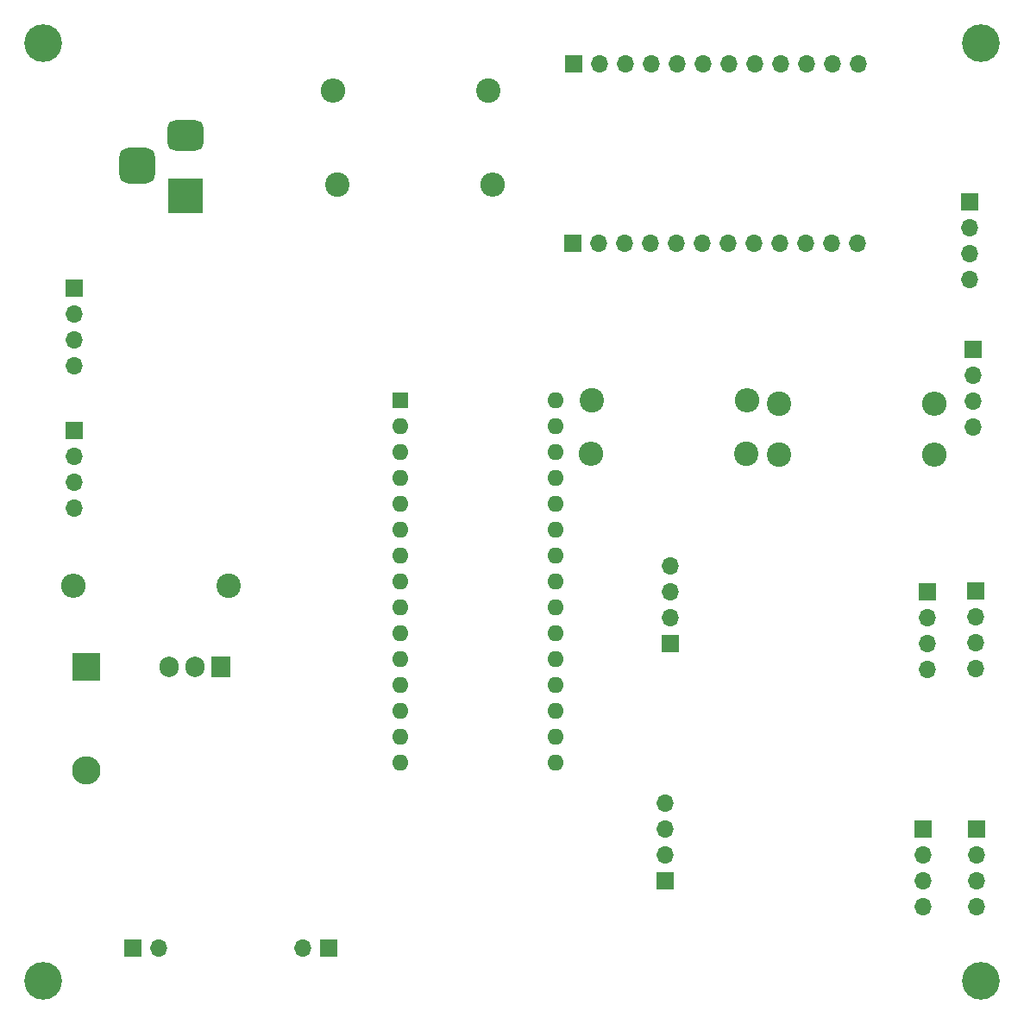
<source format=gbr>
%TF.GenerationSoftware,KiCad,Pcbnew,(6.0.9)*%
%TF.CreationDate,2023-05-30T21:41:48+01:00*%
%TF.ProjectId,UDSWB_MAINBOARD,55445357-425f-44d4-9149-4e424f415244,rev?*%
%TF.SameCoordinates,Original*%
%TF.FileFunction,Soldermask,Bot*%
%TF.FilePolarity,Negative*%
%FSLAX46Y46*%
G04 Gerber Fmt 4.6, Leading zero omitted, Abs format (unit mm)*
G04 Created by KiCad (PCBNEW (6.0.9)) date 2023-05-30 21:41:48*
%MOMM*%
%LPD*%
G01*
G04 APERTURE LIST*
G04 Aperture macros list*
%AMRoundRect*
0 Rectangle with rounded corners*
0 $1 Rounding radius*
0 $2 $3 $4 $5 $6 $7 $8 $9 X,Y pos of 4 corners*
0 Add a 4 corners polygon primitive as box body*
4,1,4,$2,$3,$4,$5,$6,$7,$8,$9,$2,$3,0*
0 Add four circle primitives for the rounded corners*
1,1,$1+$1,$2,$3*
1,1,$1+$1,$4,$5*
1,1,$1+$1,$6,$7*
1,1,$1+$1,$8,$9*
0 Add four rect primitives between the rounded corners*
20,1,$1+$1,$2,$3,$4,$5,0*
20,1,$1+$1,$4,$5,$6,$7,0*
20,1,$1+$1,$6,$7,$8,$9,0*
20,1,$1+$1,$8,$9,$2,$3,0*%
G04 Aperture macros list end*
%ADD10R,1.700000X1.700000*%
%ADD11O,1.700000X1.700000*%
%ADD12C,2.400000*%
%ADD13O,2.400000X2.400000*%
%ADD14O,1.905000X2.000000*%
%ADD15R,1.905000X2.000000*%
%ADD16R,3.500000X3.500000*%
%ADD17RoundRect,0.750000X-1.000000X0.750000X-1.000000X-0.750000X1.000000X-0.750000X1.000000X0.750000X0*%
%ADD18RoundRect,0.875000X-0.875000X0.875000X-0.875000X-0.875000X0.875000X-0.875000X0.875000X0.875000X0*%
%ADD19C,3.700000*%
%ADD20R,2.800000X2.800000*%
%ADD21O,2.800000X2.800000*%
%ADD22R,1.600000X1.600000*%
%ADD23O,1.600000X1.600000*%
G04 APERTURE END LIST*
D10*
%TO.C,J5*%
X105575000Y-102925000D03*
D11*
X105575000Y-100385000D03*
X105575000Y-97845000D03*
X105575000Y-95305000D03*
%TD*%
D10*
%TO.C,Pump Switch*%
X52800000Y-132800000D03*
D11*
X55340000Y-132800000D03*
%TD*%
D12*
%TO.C,R7*%
X116230000Y-79350000D03*
D13*
X131470000Y-79350000D03*
%TD*%
D12*
%TO.C,R6*%
X116230000Y-84350000D03*
D13*
X131470000Y-84350000D03*
%TD*%
D12*
%TO.C,R5*%
X112995000Y-84275000D03*
D13*
X97755000Y-84275000D03*
%TD*%
D12*
%TO.C,R4*%
X97825000Y-79025000D03*
D13*
X113065000Y-79025000D03*
%TD*%
D12*
%TO.C,R3*%
X72875000Y-57825000D03*
D13*
X88115000Y-57825000D03*
%TD*%
D12*
%TO.C,R2*%
X87645000Y-48675000D03*
D13*
X72405000Y-48675000D03*
%TD*%
D12*
%TO.C,R1*%
X62200000Y-97200000D03*
D13*
X46960000Y-97200000D03*
%TD*%
D14*
%TO.C,Q1*%
X56320000Y-105200000D03*
X58860000Y-105200000D03*
D15*
X61400000Y-105200000D03*
%TD*%
D10*
%TO.C,J14*%
X96100000Y-46000000D03*
D11*
X98640000Y-46000000D03*
X101180000Y-46000000D03*
X103720000Y-46000000D03*
X106260000Y-46000000D03*
X108800000Y-46000000D03*
X111340000Y-46000000D03*
X113880000Y-46000000D03*
X116420000Y-46000000D03*
X118960000Y-46000000D03*
X121500000Y-46000000D03*
X124040000Y-46000000D03*
%TD*%
D10*
%TO.C,J13*%
X96000000Y-63600000D03*
D11*
X98540000Y-63600000D03*
X101080000Y-63600000D03*
X103620000Y-63600000D03*
X106160000Y-63600000D03*
X108700000Y-63600000D03*
X111240000Y-63600000D03*
X113780000Y-63600000D03*
X116320000Y-63600000D03*
X118860000Y-63600000D03*
X121400000Y-63600000D03*
X123940000Y-63600000D03*
%TD*%
D10*
%TO.C,J12*%
X135275000Y-74050000D03*
D11*
X135275000Y-76590000D03*
X135275000Y-79130000D03*
X135275000Y-81670000D03*
%TD*%
D10*
%TO.C,J11*%
X134900000Y-59525000D03*
D11*
X134900000Y-62065000D03*
X134900000Y-64605000D03*
X134900000Y-67145000D03*
%TD*%
D10*
%TO.C,PUMP*%
X72000000Y-132800000D03*
D11*
X69460000Y-132800000D03*
%TD*%
D10*
%TO.C,J9*%
X47000000Y-82000000D03*
D11*
X47000000Y-84540000D03*
X47000000Y-87080000D03*
X47000000Y-89620000D03*
%TD*%
D10*
%TO.C,J8*%
X47000000Y-68000000D03*
D11*
X47000000Y-70540000D03*
X47000000Y-73080000D03*
X47000000Y-75620000D03*
%TD*%
D16*
%TO.C,J7*%
X57957500Y-59000000D03*
D17*
X57957500Y-53000000D03*
D18*
X53257500Y-56000000D03*
%TD*%
D11*
%TO.C,J6*%
X105025000Y-118600000D03*
X105025000Y-121140000D03*
X105025000Y-123680000D03*
D10*
X105025000Y-126220000D03*
%TD*%
%TO.C,J4*%
X130375000Y-121150000D03*
D11*
X130375000Y-123690000D03*
X130375000Y-126230000D03*
X130375000Y-128770000D03*
%TD*%
D10*
%TO.C,J3*%
X130775000Y-97800000D03*
D11*
X130775000Y-100340000D03*
X130775000Y-102880000D03*
X130775000Y-105420000D03*
%TD*%
D10*
%TO.C,J2*%
X135575000Y-121150000D03*
D11*
X135575000Y-123690000D03*
X135575000Y-126230000D03*
X135575000Y-128770000D03*
%TD*%
D10*
%TO.C,J1*%
X135525000Y-97775000D03*
D11*
X135525000Y-100315000D03*
X135525000Y-102855000D03*
X135525000Y-105395000D03*
%TD*%
D19*
%TO.C,H4*%
X136000000Y-44000000D03*
%TD*%
%TO.C,H3*%
X136000000Y-136000000D03*
%TD*%
%TO.C,H2*%
X44000000Y-44000000D03*
%TD*%
%TO.C,H1*%
X44000000Y-136000000D03*
%TD*%
D20*
%TO.C,D1*%
X48200000Y-105200000D03*
D21*
X48200000Y-115360000D03*
%TD*%
D22*
%TO.C,A1*%
X79000000Y-79000000D03*
D23*
X79000000Y-81540000D03*
X79000000Y-84080000D03*
X79000000Y-86620000D03*
X79000000Y-89160000D03*
X79000000Y-91700000D03*
X79000000Y-94240000D03*
X79000000Y-96780000D03*
X79000000Y-99320000D03*
X79000000Y-101860000D03*
X79000000Y-104400000D03*
X79000000Y-106940000D03*
X79000000Y-109480000D03*
X79000000Y-112020000D03*
X79000000Y-114560000D03*
X94240000Y-114560000D03*
X94240000Y-112020000D03*
X94240000Y-109480000D03*
X94240000Y-106940000D03*
X94240000Y-104400000D03*
X94240000Y-101860000D03*
X94240000Y-99320000D03*
X94240000Y-96780000D03*
X94240000Y-94240000D03*
X94240000Y-91700000D03*
X94240000Y-89160000D03*
X94240000Y-86620000D03*
X94240000Y-84080000D03*
X94240000Y-81540000D03*
X94240000Y-79000000D03*
%TD*%
M02*

</source>
